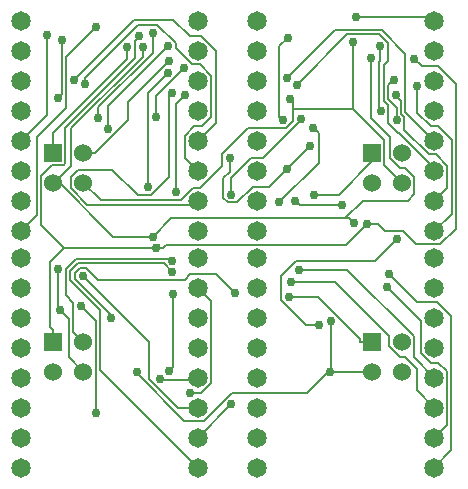
<source format=gbl>
G04 (created by PCBNEW (2013-mar-13)-testing) date Tue 30 Sep 2014 12:27:09 PM PDT*
%MOIN*%
G04 Gerber Fmt 3.4, Leading zero omitted, Abs format*
%FSLAX34Y34*%
G01*
G70*
G90*
G04 APERTURE LIST*
%ADD10C,0.005906*%
%ADD11C,0.065000*%
%ADD12R,0.060000X0.060000*%
%ADD13C,0.060000*%
%ADD14C,0.030000*%
%ADD15C,0.007000*%
G04 APERTURE END LIST*
G54D10*
G54D11*
X20669Y-20122D03*
X20669Y-21122D03*
X20669Y-22122D03*
X20669Y-23122D03*
X20669Y-24122D03*
X20669Y-25122D03*
X20669Y-26122D03*
X20669Y-27122D03*
X26574Y-27122D03*
X26574Y-26122D03*
X26574Y-25122D03*
X26574Y-24122D03*
X26574Y-23122D03*
X26574Y-22122D03*
X26574Y-21122D03*
X26574Y-20122D03*
X20669Y-27996D03*
X20669Y-28996D03*
X20669Y-29996D03*
X20669Y-30996D03*
X20669Y-31996D03*
X20669Y-32996D03*
X20669Y-33996D03*
X20669Y-34996D03*
X26574Y-34996D03*
X26574Y-33996D03*
X26574Y-32996D03*
X26574Y-31996D03*
X26574Y-30996D03*
X26574Y-29996D03*
X26574Y-28996D03*
X26574Y-27996D03*
X28543Y-20122D03*
X28543Y-21122D03*
X28543Y-22122D03*
X28543Y-23122D03*
X28543Y-24122D03*
X28543Y-25122D03*
X28543Y-26122D03*
X28543Y-27122D03*
X34448Y-27122D03*
X34448Y-26122D03*
X34448Y-25122D03*
X34448Y-24122D03*
X34448Y-23122D03*
X34448Y-22122D03*
X34448Y-21122D03*
X34448Y-20122D03*
X28543Y-27996D03*
X28543Y-28996D03*
X28543Y-29996D03*
X28543Y-30996D03*
X28543Y-31996D03*
X28543Y-32996D03*
X28543Y-33996D03*
X28543Y-34996D03*
X34448Y-34996D03*
X34448Y-33996D03*
X34448Y-32996D03*
X34448Y-31996D03*
X34448Y-30996D03*
X34448Y-29996D03*
X34448Y-28996D03*
X34448Y-27996D03*
G54D12*
X21744Y-24500D03*
G54D13*
X21744Y-25500D03*
X22744Y-24500D03*
X22744Y-25500D03*
G54D12*
X21744Y-30799D03*
G54D13*
X21744Y-31799D03*
X22744Y-30799D03*
X22744Y-31799D03*
G54D12*
X32374Y-24500D03*
G54D13*
X32374Y-25500D03*
X33374Y-24500D03*
X33374Y-25500D03*
G54D12*
X32374Y-30799D03*
G54D13*
X32374Y-31799D03*
X33374Y-30799D03*
X33374Y-31799D03*
G54D14*
X31377Y-26259D03*
X29803Y-26102D03*
X24213Y-20988D03*
X22030Y-20750D03*
X21922Y-22660D03*
X23173Y-33187D03*
X22666Y-29603D03*
X27678Y-25895D03*
X29993Y-23367D03*
X25060Y-20495D03*
X23241Y-23344D03*
X29282Y-26151D03*
X30421Y-23673D03*
X25586Y-20958D03*
X23587Y-23697D03*
X27801Y-29188D03*
X23680Y-30015D03*
X29575Y-20668D03*
X29402Y-23423D03*
X33213Y-27375D03*
X30602Y-30254D03*
X26111Y-21678D03*
X25176Y-23306D03*
X32625Y-20938D03*
X32658Y-23098D03*
X25602Y-31792D03*
X25742Y-29219D03*
X25615Y-21430D03*
X25717Y-28104D03*
X33193Y-23422D03*
X33090Y-22068D03*
X33778Y-21364D03*
X32192Y-26889D03*
X25176Y-27682D03*
X24620Y-20608D03*
X30433Y-25905D03*
X24902Y-25647D03*
X25579Y-21834D03*
X31743Y-20819D03*
X29633Y-22698D03*
X21968Y-29733D03*
X21908Y-28369D03*
X29601Y-29307D03*
X22439Y-22072D03*
X25313Y-32038D03*
X29544Y-22003D03*
X29938Y-28393D03*
X22809Y-22211D03*
X22740Y-28605D03*
X29875Y-22227D03*
X29656Y-28821D03*
X25698Y-22519D03*
X27686Y-32863D03*
X33161Y-22584D03*
X32871Y-28971D03*
X26123Y-22576D03*
X25836Y-25826D03*
X25716Y-28479D03*
X33872Y-22286D03*
X32943Y-28543D03*
X31759Y-26834D03*
X32347Y-21359D03*
X25070Y-27296D03*
X24723Y-20984D03*
X29528Y-25056D03*
X30972Y-31799D03*
X24524Y-31795D03*
X30998Y-30094D03*
X30316Y-24268D03*
X27631Y-24660D03*
X26294Y-32498D03*
X31824Y-19977D03*
X23171Y-20307D03*
X21541Y-20576D03*
G54D15*
X29960Y-26259D02*
X31377Y-26259D01*
X29803Y-26102D02*
X29960Y-26259D01*
X21744Y-24500D02*
X21744Y-24094D01*
X24213Y-21366D02*
X24213Y-20988D01*
X21744Y-23836D02*
X24213Y-21366D01*
X21744Y-24094D02*
X21744Y-23836D01*
X22030Y-22552D02*
X21922Y-22660D01*
X22030Y-20750D02*
X22030Y-22552D01*
X23173Y-30110D02*
X22666Y-29603D01*
X23173Y-33187D02*
X23173Y-30110D01*
X29993Y-23416D02*
X29993Y-23367D01*
X28729Y-24680D02*
X29993Y-23416D01*
X28351Y-24680D02*
X28729Y-24680D01*
X27678Y-25353D02*
X28351Y-24680D01*
X27678Y-25895D02*
X27678Y-25353D01*
X25060Y-21163D02*
X25060Y-20495D01*
X23241Y-22983D02*
X25060Y-21163D01*
X23241Y-23344D02*
X23241Y-22983D01*
X30591Y-23843D02*
X30421Y-23673D01*
X30591Y-24841D02*
X30591Y-23843D01*
X29282Y-26151D02*
X30591Y-24841D01*
X23587Y-22957D02*
X23587Y-23697D01*
X25586Y-20958D02*
X23587Y-22957D01*
X23680Y-29911D02*
X23680Y-30015D01*
X22470Y-28700D02*
X23680Y-29911D01*
X22470Y-28500D02*
X22470Y-28700D01*
X22640Y-28330D02*
X22470Y-28500D01*
X22826Y-28330D02*
X22640Y-28330D01*
X23234Y-28738D02*
X22826Y-28330D01*
X26131Y-28738D02*
X23234Y-28738D01*
X26314Y-28555D02*
X26131Y-28738D01*
X27168Y-28555D02*
X26314Y-28555D01*
X27801Y-29188D02*
X27168Y-28555D01*
X29285Y-23306D02*
X29402Y-23423D01*
X29285Y-20957D02*
X29285Y-23306D01*
X29575Y-20668D02*
X29285Y-20957D01*
X32474Y-28114D02*
X33213Y-27375D01*
X29834Y-28114D02*
X32474Y-28114D01*
X29345Y-28603D02*
X29834Y-28114D01*
X29345Y-29417D02*
X29345Y-28603D01*
X30182Y-30254D02*
X29345Y-29417D01*
X30602Y-30254D02*
X30182Y-30254D01*
X25176Y-22614D02*
X26111Y-21678D01*
X25176Y-23306D02*
X25176Y-22614D01*
X32625Y-21442D02*
X32625Y-20938D01*
X32596Y-21471D02*
X32625Y-21442D01*
X32596Y-23036D02*
X32596Y-21471D01*
X32658Y-23098D02*
X32596Y-23036D01*
X25742Y-31652D02*
X25602Y-31792D01*
X25742Y-29219D02*
X25742Y-31652D01*
X24234Y-22812D02*
X25615Y-21430D01*
X24234Y-23412D02*
X24234Y-22812D01*
X23146Y-24500D02*
X24234Y-23412D01*
X22744Y-24500D02*
X23146Y-24500D01*
X25659Y-28046D02*
X25717Y-28104D01*
X22504Y-28046D02*
X25659Y-28046D01*
X22165Y-28385D02*
X22504Y-28046D01*
X22165Y-29251D02*
X22165Y-28385D01*
X22411Y-29497D02*
X22165Y-29251D01*
X22411Y-30466D02*
X22411Y-29497D01*
X22744Y-30799D02*
X22411Y-30466D01*
X32906Y-22253D02*
X33090Y-22068D01*
X32906Y-22715D02*
X32906Y-22253D01*
X33193Y-23003D02*
X32906Y-22715D01*
X33193Y-23422D02*
X33193Y-23003D01*
X32192Y-26889D02*
X32582Y-26889D01*
X33402Y-27119D02*
X33841Y-27559D01*
X33841Y-27559D02*
X34647Y-27559D01*
X34647Y-27559D02*
X35168Y-27037D01*
X35168Y-27037D02*
X35168Y-22203D01*
X35168Y-22203D02*
X34586Y-21622D01*
X34586Y-21622D02*
X34036Y-21622D01*
X34036Y-21622D02*
X33778Y-21364D01*
X32812Y-27119D02*
X33402Y-27119D01*
X32582Y-26889D02*
X32812Y-27119D01*
X25176Y-27682D02*
X25396Y-27682D01*
X31519Y-27562D02*
X32192Y-26889D01*
X25515Y-27562D02*
X31519Y-27562D01*
X25396Y-27682D02*
X25515Y-27562D01*
X21744Y-30799D02*
X21744Y-30394D01*
X21338Y-26923D02*
X22098Y-27682D01*
X21338Y-25288D02*
X21338Y-26923D01*
X21722Y-24905D02*
X21338Y-25288D01*
X22095Y-24905D02*
X21722Y-24905D01*
X22149Y-24851D02*
X22095Y-24905D01*
X22149Y-23678D02*
X22149Y-24851D01*
X24468Y-21359D02*
X22149Y-23678D01*
X24468Y-20760D02*
X24468Y-21359D01*
X24620Y-20608D02*
X24468Y-20760D01*
X21653Y-30303D02*
X21744Y-30394D01*
X21653Y-28127D02*
X21653Y-30303D01*
X22098Y-27682D02*
X21653Y-28127D01*
X22098Y-27682D02*
X25176Y-27682D01*
X25176Y-27682D02*
X25299Y-27559D01*
X32374Y-24791D02*
X32374Y-24500D01*
X31259Y-25905D02*
X32374Y-24791D01*
X30433Y-25905D02*
X31259Y-25905D01*
X24902Y-22511D02*
X25579Y-21834D01*
X24902Y-25647D02*
X24902Y-22511D01*
X32779Y-24077D02*
X31743Y-23041D01*
X32779Y-24905D02*
X32779Y-24077D01*
X33374Y-25500D02*
X32779Y-24905D01*
X31743Y-23041D02*
X31743Y-20819D01*
X31743Y-23041D02*
X29737Y-23041D01*
X29737Y-23453D02*
X29737Y-23041D01*
X29499Y-23691D02*
X29737Y-23453D01*
X28238Y-23691D02*
X29499Y-23691D01*
X27376Y-24554D02*
X28238Y-23691D01*
X27376Y-24929D02*
X27376Y-24554D01*
X26635Y-25669D02*
X27376Y-24929D01*
X26412Y-25669D02*
X26635Y-25669D01*
X25997Y-26084D02*
X26412Y-25669D01*
X23328Y-26084D02*
X25997Y-26084D01*
X22744Y-25500D02*
X23328Y-26084D01*
X29737Y-22802D02*
X29633Y-22698D01*
X29737Y-23041D02*
X29737Y-22802D01*
X22271Y-30036D02*
X21968Y-29733D01*
X22271Y-31326D02*
X22271Y-30036D01*
X22744Y-31799D02*
X22271Y-31326D01*
X21908Y-29673D02*
X21908Y-28369D01*
X21968Y-29733D02*
X21908Y-29673D01*
X32374Y-30799D02*
X31968Y-30799D01*
X30577Y-29307D02*
X29601Y-29307D01*
X31968Y-30698D02*
X30577Y-29307D01*
X31968Y-30799D02*
X31968Y-30698D01*
X24451Y-20060D02*
X22439Y-22072D01*
X25746Y-20060D02*
X24451Y-20060D01*
X26290Y-20604D02*
X25746Y-20060D01*
X26686Y-20604D02*
X26290Y-20604D01*
X27176Y-21094D02*
X26686Y-20604D01*
X27176Y-23520D02*
X27176Y-21094D01*
X26574Y-24122D02*
X27176Y-23520D01*
X25342Y-32068D02*
X25313Y-32038D01*
X26502Y-32068D02*
X25342Y-32068D01*
X26574Y-31996D02*
X26502Y-32068D01*
X31137Y-20411D02*
X29544Y-22003D01*
X32704Y-20411D02*
X31137Y-20411D01*
X33487Y-21194D02*
X32704Y-20411D01*
X33487Y-23156D02*
X33487Y-21194D01*
X34448Y-24117D02*
X33487Y-23156D01*
X34448Y-24122D02*
X34448Y-24117D01*
X33779Y-31326D02*
X34448Y-31996D01*
X33779Y-30621D02*
X33779Y-31326D01*
X31551Y-28393D02*
X33779Y-30621D01*
X29938Y-28393D02*
X31551Y-28393D01*
X22809Y-22001D02*
X22809Y-22211D01*
X24582Y-20228D02*
X22809Y-22001D01*
X25216Y-20228D02*
X24582Y-20228D01*
X25841Y-20853D02*
X25216Y-20228D01*
X25841Y-21020D02*
X25841Y-20853D01*
X26375Y-21554D02*
X25841Y-21020D01*
X26636Y-21554D02*
X26375Y-21554D01*
X27020Y-21938D02*
X26636Y-21554D01*
X27020Y-23305D02*
X27020Y-21938D01*
X26704Y-23622D02*
X27020Y-23305D01*
X26451Y-23622D02*
X26704Y-23622D01*
X26144Y-23929D02*
X26451Y-23622D01*
X26144Y-24691D02*
X26144Y-23929D01*
X26574Y-25122D02*
X26144Y-24691D01*
X24944Y-30809D02*
X22740Y-28605D01*
X24944Y-32030D02*
X24944Y-30809D01*
X25909Y-32996D02*
X24944Y-32030D01*
X26574Y-32996D02*
X25909Y-32996D01*
X34448Y-24997D02*
X34448Y-25122D01*
X33288Y-23836D02*
X34448Y-24997D01*
X33224Y-23836D02*
X33288Y-23836D01*
X32915Y-23526D02*
X33224Y-23836D01*
X32915Y-22922D02*
X32915Y-23526D01*
X32759Y-22767D02*
X32915Y-22922D01*
X32759Y-21576D02*
X32759Y-22767D01*
X32906Y-21429D02*
X32759Y-21576D01*
X32906Y-20852D02*
X32906Y-21429D01*
X32604Y-20551D02*
X32906Y-20852D01*
X31552Y-20551D02*
X32604Y-20551D01*
X29875Y-22227D02*
X31552Y-20551D01*
X33878Y-32426D02*
X34448Y-32996D01*
X33878Y-31697D02*
X33878Y-32426D01*
X33481Y-31299D02*
X33878Y-31697D01*
X33298Y-31299D02*
X33481Y-31299D01*
X32929Y-30929D02*
X33298Y-31299D01*
X32929Y-30597D02*
X32929Y-30929D01*
X31154Y-28821D02*
X32929Y-30597D01*
X29656Y-28821D02*
X31154Y-28821D01*
X25613Y-22604D02*
X25698Y-22519D01*
X25613Y-25299D02*
X25613Y-22604D01*
X24994Y-25918D02*
X25613Y-25299D01*
X24565Y-25918D02*
X24994Y-25918D01*
X23722Y-25076D02*
X24565Y-25918D01*
X22568Y-25076D02*
X23722Y-25076D01*
X22337Y-25307D02*
X22568Y-25076D01*
X22337Y-25680D02*
X22337Y-25307D01*
X22887Y-26230D02*
X22337Y-25680D01*
X26466Y-26230D02*
X22887Y-26230D01*
X26574Y-26122D02*
X26466Y-26230D01*
X27686Y-32884D02*
X27686Y-32863D01*
X26574Y-33996D02*
X27686Y-32884D01*
X33338Y-22761D02*
X33161Y-22584D01*
X33338Y-23205D02*
X33338Y-22761D01*
X33449Y-23316D02*
X33338Y-23205D01*
X33449Y-23736D02*
X33449Y-23316D01*
X34265Y-24552D02*
X33449Y-23736D01*
X34495Y-24552D02*
X34265Y-24552D01*
X34884Y-24941D02*
X34495Y-24552D01*
X34884Y-25686D02*
X34884Y-24941D01*
X34448Y-26122D02*
X34884Y-25686D01*
X34018Y-30118D02*
X32871Y-28971D01*
X34018Y-31186D02*
X34018Y-30118D01*
X34328Y-31496D02*
X34018Y-31186D01*
X34586Y-31496D02*
X34328Y-31496D01*
X34881Y-31790D02*
X34586Y-31496D01*
X34881Y-33563D02*
X34881Y-31790D01*
X34448Y-33996D02*
X34881Y-33563D01*
X25836Y-22864D02*
X25836Y-25826D01*
X26123Y-22576D02*
X25836Y-22864D01*
X25426Y-28190D02*
X25716Y-28479D01*
X22571Y-28190D02*
X25426Y-28190D01*
X22305Y-28455D02*
X22571Y-28190D01*
X22305Y-28734D02*
X22305Y-28455D01*
X23315Y-29743D02*
X22305Y-28734D01*
X23315Y-31736D02*
X23315Y-29743D01*
X26574Y-34996D02*
X23315Y-31736D01*
X35024Y-26546D02*
X34448Y-27122D01*
X35024Y-24089D02*
X35024Y-26546D01*
X34557Y-23622D02*
X35024Y-24089D01*
X34334Y-23622D02*
X34557Y-23622D01*
X33872Y-23160D02*
X34334Y-23622D01*
X33872Y-22286D02*
X33872Y-23160D01*
X33886Y-29486D02*
X32943Y-28543D01*
X34555Y-29486D02*
X33886Y-29486D01*
X35021Y-29952D02*
X34555Y-29486D01*
X35021Y-34423D02*
X35021Y-29952D01*
X34448Y-34996D02*
X35021Y-34423D01*
X31614Y-26688D02*
X31472Y-26688D01*
X31759Y-26834D02*
X31614Y-26688D01*
X31385Y-26688D02*
X31472Y-26688D01*
X32347Y-21359D02*
X32347Y-23339D01*
X32347Y-23339D02*
X32968Y-23960D01*
X32968Y-23960D02*
X32968Y-24679D01*
X32968Y-24679D02*
X33289Y-25000D01*
X33289Y-25000D02*
X33462Y-25000D01*
X33462Y-25000D02*
X33779Y-25316D01*
X33779Y-25316D02*
X33779Y-25670D01*
X25678Y-26688D02*
X25070Y-27296D01*
X25678Y-26688D02*
X31385Y-26688D01*
X33779Y-25889D02*
X33779Y-25670D01*
X33570Y-26098D02*
X33779Y-25889D01*
X32062Y-26098D02*
X33570Y-26098D01*
X31472Y-26688D02*
X32062Y-26098D01*
X21766Y-25500D02*
X21744Y-25500D01*
X21860Y-25406D02*
X21766Y-25500D01*
X24723Y-21302D02*
X24723Y-20984D01*
X22337Y-23688D02*
X24723Y-21302D01*
X22337Y-24929D02*
X22337Y-23688D01*
X21860Y-25406D02*
X22337Y-24929D01*
X23751Y-27296D02*
X25070Y-27296D01*
X21860Y-25406D02*
X23751Y-27296D01*
X32374Y-31799D02*
X30972Y-31799D01*
X30972Y-31799D02*
X30940Y-31767D01*
X30998Y-31709D02*
X30998Y-30094D01*
X30940Y-31767D02*
X30998Y-31709D01*
X30211Y-32496D02*
X30940Y-31767D01*
X27692Y-32496D02*
X30211Y-32496D01*
X26759Y-33428D02*
X27692Y-32496D01*
X26109Y-33428D02*
X26759Y-33428D01*
X24524Y-31843D02*
X26109Y-33428D01*
X24524Y-31795D02*
X24524Y-31843D01*
X27631Y-25135D02*
X27631Y-24660D01*
X27417Y-25349D02*
X27631Y-25135D01*
X27417Y-26005D02*
X27417Y-25349D01*
X27566Y-26154D02*
X27417Y-26005D01*
X27886Y-26154D02*
X27566Y-26154D01*
X28409Y-25631D02*
X27886Y-26154D01*
X28953Y-25631D02*
X28409Y-25631D01*
X29528Y-25056D02*
X28953Y-25631D01*
X30316Y-24268D02*
X29528Y-25056D01*
X27007Y-29428D02*
X26574Y-28996D01*
X27007Y-32173D02*
X27007Y-29428D01*
X26682Y-32498D02*
X27007Y-32173D01*
X26294Y-32498D02*
X26682Y-32498D01*
X34303Y-19977D02*
X31824Y-19977D01*
X34448Y-20122D02*
X34303Y-19977D01*
X21198Y-26592D02*
X20669Y-27122D01*
X21198Y-23977D02*
X21198Y-26592D01*
X22177Y-22998D02*
X21198Y-23977D01*
X22177Y-21301D02*
X22177Y-22998D01*
X23171Y-20307D02*
X22177Y-21301D01*
X21541Y-23249D02*
X20669Y-24122D01*
X21541Y-20576D02*
X21541Y-23249D01*
M02*

</source>
